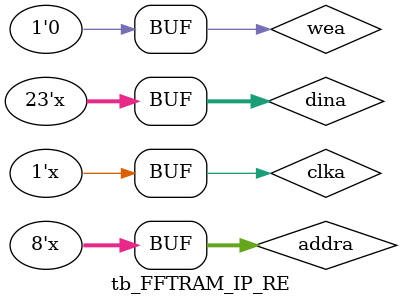
<source format=v>
`timescale 1ns / 1ps


module tb_FFTRAM_IP_RE;

	// Inputs
	reg clka;
	reg [0:0] wea;
	reg [7:0] addra;
	reg [22:0] dina;

	// Outputs
	wire [22:0] douta;

	// Instantiate the Unit Under Test (UUT)
	FFTRAM_IP_RE uut (
		.clka(clka), 
		.wea(wea), 
		.addra(addra), 
		.dina(dina), 
		.douta(douta)
	);

	initial begin
		// Initialize Inputs
		clka = 0;
		wea = 0;
		addra = 0;
		dina = 0;

		// Wait 100 ns for global reset to finish
		#100;
        
		// Add stimulus here
      wea=1;
		#3000
		wea=0;
      #1000
		wea=1;
		#5000
		wea=0;
	end
 always #10 clka=~clka;
 always #20 addra=addra+1;
 always #20 dina=dina+2;
endmodule


</source>
